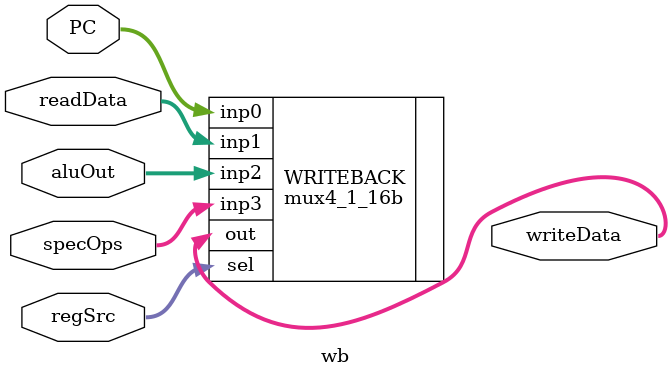
<source format=v>
/*
   CS/ECE 552 Spring '22
  
   Filename        : wb.v
   Description     : This is the module for the overall Write Back stage of the processor.
*/
`default_nettype none
module wb (  input wire [1:0]regSrc,
             input wire [15:0]PC,
             input wire [15:0]readData,
             input wire [15:0]aluOut,
             input wire [15:0]specOps,
             output wire [15:0]writeData);

   // 4:1 Mux selecting write back data
   mux4_1_16b WRITEBACK(.sel(regSrc), .inp0(PC), .inp1(readData), .inp2(aluOut), .inp3(specOps), .out(writeData));

endmodule
`default_nettype wire
</source>
